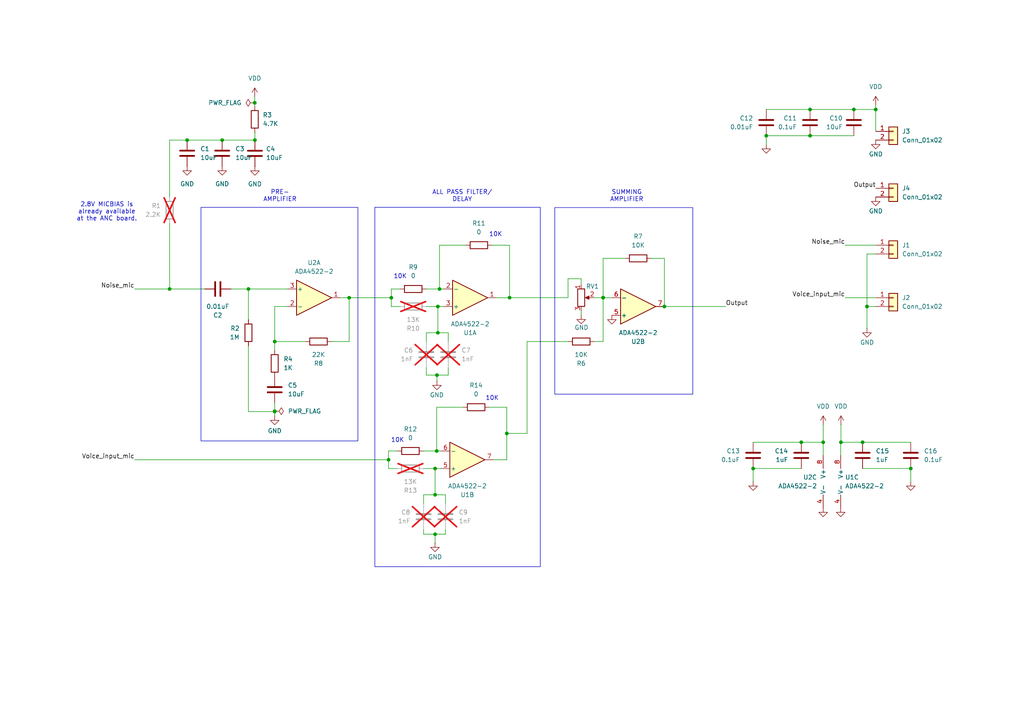
<source format=kicad_sch>
(kicad_sch (version 20231120) (generator "eeschema") (generator_version "8.0")
  (paper "A4")
  (title_block (title "Analog Echo Cancellation") (date "2025-01-26") (rev "1") (company "Shakra Innovations Pvt Ltd."))
  (lib_symbols
    (symbol "Amplifier_Operational:ADA4522-2" (pin_names (offset 0.127))
      (property "Reference" "U" (at 0 5.08 0))
      (property "Value" "ADA4522-2" (at 0 -5.08 0))
      (symbol "ADA4522-2_1_1"
        (polyline (pts (xy -5.08 5.08) (xy 5.08 0) (xy -5.08 -5.08) (xy -5.08 5.08)) (stroke (width 0.254)) (fill (type background)))
        (pin output line (at 7.62 0 180) (length 2.54) (name "~") (number "1"))
        (pin input line (at -7.62 -2.54 0) (length 2.54) (name "-") (number "2"))
        (pin input line (at -7.62 2.54 0) (length 2.54) (name "+") (number "3"))
      )
      (symbol "ADA4522-2_2_1"
        (polyline (pts (xy -5.08 5.08) (xy 5.08 0) (xy -5.08 -5.08) (xy -5.08 5.08)) (stroke (width 0.254)) (fill (type background)))
        (pin input line (at -7.62 2.54 0) (length 2.54) (name "+") (number "5"))
        (pin input line (at -7.62 -2.54 0) (length 2.54) (name "-") (number "6"))
        (pin output line (at 7.62 0 180) (length 2.54) (name "~") (number "7"))
      )
      (symbol "ADA4522-2_3_1"
        (pin power_in line (at -2.54 -7.62 90) (length 3.81) (name "V-") (number "4"))
        (pin power_in line (at -2.54 7.62 270) (length 3.81) (name "V+") (number "8"))
      )
    )
    (symbol "Connector_Generic:Conn_01x02" (pin_names (offset 1.016) hide)
      (property "Reference" "J" (at 0 2.54 0))
      (property "Value" "Conn_01x02" (at 0 -5.08 0))
      (symbol "Conn_01x02_1_1"
        (rectangle (start -1.27 -2.413) (end 0 -2.667) (stroke (width 0.1524)))
        (rectangle (start -1.27 0.127) (end 0 -0.127) (stroke (width 0.1524)))
        (rectangle (start -1.27 1.27) (end 1.27 -3.81) (stroke (width 0.254)) (fill (type background)))
        (pin passive line (at -5.08 0 0) (length 3.81) (name "Pin_1") (number "1"))
        (pin passive line (at -5.08 -2.54 0) (length 3.81) (name "Pin_2") (number "2"))
      )
    )
    (symbol "Device:C" (pin_numbers hide) (pin_names (offset 0.254))
      (property "Reference" "C" (at 0.635 2.54 0))
      (property "Value" "C" (at 0.635 -2.54 0))
      (symbol "C_0_1"
        (polyline (pts (xy -2.032 -0.762) (xy 2.032 -0.762)) (stroke (width 0.508)))
        (polyline (pts (xy -2.032 0.762) (xy 2.032 0.762)) (stroke (width 0.508)))
      )
      (symbol "C_1_1"
        (pin passive line (at 0 3.81 270) (length 2.794) (name "~") (number "1"))
        (pin passive line (at 0 -3.81 90) (length 2.794) (name "~") (number "2"))
      )
    )
    (symbol "Device:R" (pin_numbers hide) (pin_names (offset 0))
      (property "Reference" "R" (at 2.032 0 90))
      (property "Value" "R" (at 0 0 90))
      (symbol "R_0_1"
        (rectangle (start -1.016 -2.54) (end 1.016 2.54) (stroke (width 0.254)))
      )
      (symbol "R_1_1"
        (pin passive line (at 0 3.81 270) (length 1.27) (name "~") (number "1"))
        (pin passive line (at 0 -3.81 90) (length 1.27) (name "~") (number "2"))
      )
    )
    (symbol "Device:R_Potentiometer" (pin_names (offset 1.016) hide)
      (property "Reference" "RV" (at -4.445 0 90))
      (property "Value" "R_Potentiometer" (at -2.54 0 90))
      (symbol "R_Potentiometer_0_1"
        (polyline (pts (xy 2.54 0) (xy 1.524 0)))
        (polyline (pts (xy 1.143 0) (xy 2.286 0.508) (xy 2.286 -0.508) (xy 1.143 0)) (fill (type outline)))
        (rectangle (start 1.016 2.54) (end -1.016 -2.54) (stroke (width 0.254)))
      )
      (symbol "R_Potentiometer_1_1"
        (pin passive line (at 0 3.81 270) (length 1.27) (name "1") (number "1"))
        (pin passive line (at 3.81 0 180) (length 1.27) (name "2") (number "2"))
        (pin passive line (at 0 -3.81 90) (length 1.27) (name "3") (number "3"))
      )
    )
    (symbol "power:GND" (power) (pin_numbers hide) (pin_names (offset 0) hide)
      (property "Value" "GND" (at 0 -3.81 0))
      (symbol "GND_0_1"
        (polyline (pts (xy 0 0) (xy 0 -1.27) (xy 1.27 -1.27) (xy 0 -2.54) (xy -1.27 -1.27) (xy 0 -1.27)))
      )
      (symbol "GND_1_1"
        (pin power_in line (at 0 0 270) (length 0) (name "~") (number "1"))
      )
    )
    (symbol "power:PWR_FLAG" (power) (pin_numbers hide) (pin_names (offset 0) hide)
      (property "Value" "PWR_FLAG" (at 0 3.81 0))
      (symbol "PWR_FLAG_0_0"
        (pin power_out line (at 0 0 90) (length 0) (name "~") (number "1"))
      )
      (symbol "PWR_FLAG_0_1"
        (polyline (pts (xy 0 0) (xy 0 1.27) (xy -1.016 1.905) (xy 0 2.54) (xy 1.016 1.905) (xy 0 1.27)))
      )
    )
    (symbol "power:VDD" (power) (pin_numbers hide) (pin_names (offset 0) hide)
      (property "Value" "VDD" (at 0 3.556 0))
      (symbol "VDD_0_1"
        (polyline (pts (xy -0.762 1.27) (xy 0 2.54)))
        (polyline (pts (xy 0 0) (xy 0 2.54)))
        (polyline (pts (xy 0 2.54) (xy 0.762 1.27)))
      )
      (symbol "VDD_1_1"
        (pin power_in line (at 0 0 90) (length 0) (name "~") (number "1"))
      )
    )
  )
  (junction (at 79.6772 99.06))
  (junction (at 146.9872 125.7115))
  (junction (at 247.65 31.75))
  (junction (at 250.19 128.27))
  (junction (at 79.6772 119.2664))
  (junction (at 127.4686 83.82))
  (junction (at 218.44 135.89))
  (junction (at 64.4372 40.64))
  (junction (at 49.1972 83.82))
  (junction (at 126.1986 143.51))
  (junction (at 234.95 39.37))
  (junction (at 72.0572 83.82))
  (junction (at 234.95 31.75))
  (junction (at 174.9272 86.36))
  (junction (at 113.4986 86.36))
  (junction (at 126.1986 154.94))
  (junction (at 222.25 39.37))
  (junction (at 127 88.9))
  (junction (at 174.9272 86.3309))
  (junction (at 112.6972 133.35))
  (junction (at 73.886 29.8232))
  (junction (at 101.2672 86.36))
  (junction (at 147.7886 86.3309))
  (junction (at 254 31.75))
  (junction (at 54.2772 40.64))
  (junction (at 126.1986 135.89))
  (junction (at 243.9106 128.27))
  (junction (at 232.41 128.27))
  (junction (at 126.7319 108.7945))
  (junction (at 264.16 135.89))
  (junction (at 73.9323 40.64))
  (junction (at 238.76 128.27))
  (junction (at 126.6672 130.81))
  (junction (at 192.7072 88.9))
  (junction (at 127 96.52))
  (junction (at 251.46 88.9))
  (junction (at 79.6772 119.38))
  (wire (pts (xy 113.4986 83.82) (xy 113.4986 86.36)))
  (wire (pts (xy 126.6672 130.81) (xy 127.9372 130.81)))
  (wire (pts (xy 113.4986 86.36) (xy 113.4986 88.9)))
  (wire (pts (xy 177.4672 86.36) (xy 174.9272 86.36)))
  (wire (pts (xy 123.6586 83.82) (xy 127.4686 83.82)))
  (wire (pts (xy 123.6586 108.7945) (xy 126.7319 108.7945)))
  (wire (pts (xy 174.9272 99.06) (xy 174.9272 86.36)))
  (wire (pts (xy 113.4986 88.9) (xy 116.0386 88.9)))
  (wire (pts (xy 54.2772 40.64) (xy 64.4372 40.64)))
  (wire (pts (xy 146.5186 71.1491) (xy 146.5186 71.12)))
  (wire (pts (xy 83.4872 88.9) (xy 79.6772 88.9)))
  (wire (pts (xy 79.6772 119.38) (xy 79.6772 119.2664)))
  (wire (pts (xy 218.44 135.89) (xy 218.44 139.7)))
  (wire (pts (xy 127 88.9) (xy 127 96.52)))
  (wire (pts (xy 127 96.52) (xy 130.0086 96.52)))
  (wire (pts (xy 49.1972 40.64) (xy 54.2772 40.64)))
  (wire (pts (xy 112.6972 135.89) (xy 115.2372 135.89)))
  (wire (pts (xy 79.6772 119.38) (xy 79.6772 120.65)))
  (wire (pts (xy 254 31.75) (xy 254 38.1)))
  (wire (pts (xy 222.25 41.91) (xy 222.25 39.37)))
  (wire (pts (xy 232.41 128.27) (xy 238.76 128.27)))
  (wire (pts (xy 234.95 31.75) (xy 222.25 31.75)))
  (wire (pts (xy 73.886 30.8116) (xy 73.8936 30.8116)))
  (wire (pts (xy 79.6772 88.9) (xy 79.6772 99.06)))
  (wire (pts (xy 147.7886 86.3309) (xy 164.7552 86.3309)))
  (wire (pts (xy 146.5186 71.12) (xy 142.7086 71.12)))
  (wire (pts (xy 143.1772 133.35) (xy 146.9872 133.35)))
  (wire (pts (xy 79.6772 99.06) (xy 79.6772 101.6)))
  (wire (pts (xy 126.6672 118.11) (xy 126.6672 130.81)))
  (wire (pts (xy 164.7672 99.06) (xy 152.8686 99.06)))
  (wire (pts (xy 73.9323 38.4316) (xy 73.9323 40.64)))
  (wire (pts (xy 122.8572 143.51) (xy 126.1986 143.51)))
  (wire (pts (xy 73.8936 38.4316) (xy 73.9323 38.4316)))
  (wire (pts (xy 238.76 132.08) (xy 238.76 128.27)))
  (wire (pts (xy 232.41 128.27) (xy 218.44 128.27)))
  (wire (pts (xy 130.0086 96.52) (xy 130.0086 99.06)))
  (wire (pts (xy 129.2072 153.67) (xy 129.2072 154.94)))
  (wire (pts (xy 123.6586 88.9) (xy 127 88.9)))
  (wire (pts (xy 73.886 28.045) (xy 73.886 29.8232)))
  (wire (pts (xy 126.1986 135.89) (xy 126.1986 143.51)))
  (wire (pts (xy 251.46 95.25) (xy 251.46 88.9)))
  (wire (pts (xy 146.9872 125.7115) (xy 146.9872 133.35)))
  (wire (pts (xy 238.76 123.19) (xy 238.76 128.27)))
  (wire (pts (xy 135.0886 71.12) (xy 127.4686 71.12)))
  (wire (pts (xy 251.46 73.66) (xy 254 73.66)))
  (wire (pts (xy 64.4372 40.64) (xy 73.9323 40.64)))
  (wire (pts (xy 112.6972 133.35) (xy 39.0372 133.35)))
  (wire (pts (xy 134.2872 118.11) (xy 126.6672 118.11)))
  (wire (pts (xy 234.95 39.37) (xy 222.25 39.37)))
  (wire (pts (xy 247.65 39.37) (xy 234.95 39.37)))
  (wire (pts (xy 174.9272 86.3309) (xy 174.9272 74.93)))
  (wire (pts (xy 147.7886 86.3309) (xy 147.7886 86.36)))
  (wire (pts (xy 112.6972 133.35) (xy 112.6972 135.89)))
  (wire (pts (xy 251.46 88.9) (xy 251.46 73.66)))
  (wire (pts (xy 123.6586 99.06) (xy 123.6586 96.52)))
  (wire (pts (xy 264.16 135.89) (xy 264.16 139.7)))
  (wire (pts (xy 79.6772 119.2664) (xy 79.6772 116.84)))
  (wire (pts (xy 126.1986 157.48) (xy 126.1659 157.48)))
  (wire (pts (xy 172.3752 86.3309) (xy 174.9272 86.3309)))
  (wire (pts (xy 247.65 31.75) (xy 234.95 31.75)))
  (wire (pts (xy 123.6586 96.52) (xy 127 96.52)))
  (wire (pts (xy 101.2672 99.06) (xy 101.2672 86.36)))
  (wire (pts (xy 115.2372 130.81) (xy 112.6972 130.81)))
  (wire (pts (xy 116.0386 83.82) (xy 113.4986 83.82)))
  (wire (pts (xy 73.886 29.8232) (xy 73.886 30.8116)))
  (wire (pts (xy 254 86.36) (xy 245.11 86.36)))
  (wire (pts (xy 123.6586 108.7945) (xy 123.6586 106.68)))
  (wire (pts (xy 147.7886 71.1491) (xy 147.7886 86.3309)))
  (wire (pts (xy 49.1972 64.77) (xy 49.1972 83.82)))
  (wire (pts (xy 72.0572 83.82) (xy 83.4872 83.82)))
  (wire (pts (xy 168.5652 80.8483) (xy 168.5652 82.5209)))
  (wire (pts (xy 188.8972 74.93) (xy 192.7072 74.93)))
  (wire (pts (xy 146.5186 71.1491) (xy 147.7886 71.1491)))
  (wire (pts (xy 127.4686 71.12) (xy 127.4686 83.82)))
  (wire (pts (xy 127 88.9) (xy 128.7386 88.9)))
  (wire (pts (xy 250.19 128.27) (xy 264.16 128.27)))
  (wire (pts (xy 126.1986 143.51) (xy 129.2072 143.51)))
  (wire (pts (xy 143.9786 86.36) (xy 147.7886 86.36)))
  (wire (pts (xy 127.4686 83.82) (xy 128.7386 83.82)))
  (wire (pts (xy 251.46 88.9) (xy 254 88.9)))
  (wire (pts (xy 122.8572 135.89) (xy 126.1986 135.89)))
  (wire (pts (xy 126.1986 154.94) (xy 126.1986 157.48)))
  (wire (pts (xy 88.5672 99.06) (xy 79.6772 99.06)))
  (wire (pts (xy 101.2672 86.36) (xy 98.7272 86.36)))
  (wire (pts (xy 243.9106 128.27) (xy 250.19 128.27)))
  (wire (pts (xy 172.3872 99.06) (xy 174.9272 99.06)))
  (wire (pts (xy 141.9072 118.11) (xy 146.9872 118.11)))
  (wire (pts (xy 243.84 128.27) (xy 243.84 132.08)))
  (wire (pts (xy 192.7072 74.93) (xy 192.7072 88.9)))
  (wire (pts (xy 254 31.75) (xy 247.65 31.75)))
  (wire (pts (xy 122.8572 130.81) (xy 126.6672 130.81)))
  (wire (pts (xy 174.9272 86.36) (xy 174.9272 86.3309)))
  (wire (pts (xy 232.41 135.89) (xy 218.44 135.89)))
  (wire (pts (xy 66.9772 83.82) (xy 72.0572 83.82)))
  (wire (pts (xy 126.1986 154.94) (xy 129.2072 154.94)))
  (wire (pts (xy 152.8686 99.06) (xy 152.8686 125.7115)))
  (wire (pts (xy 254 71.12) (xy 245.11 71.12)))
  (wire (pts (xy 72.0572 119.38) (xy 79.6772 119.38)))
  (wire (pts (xy 122.8572 146.05) (xy 122.8572 143.51)))
  (wire (pts (xy 152.8686 125.7115) (xy 146.9872 125.7115)))
  (wire (pts (xy 122.8572 154.94) (xy 126.1986 154.94)))
  (wire (pts (xy 164.7552 80.8483) (xy 168.5652 80.8483)))
  (wire (pts (xy 147.7766 86.3309) (xy 147.7886 86.3309)))
  (wire (pts (xy 72.0572 83.82) (xy 72.0572 92.71)))
  (wire (pts (xy 243.9106 123.1682) (xy 243.9106 128.27)))
  (wire (pts (xy 254 30.48) (xy 254 31.75)))
  (wire (pts (xy 126.7319 108.7945) (xy 130.0086 108.7945)))
  (wire (pts (xy 129.2072 143.51) (xy 129.2072 146.05)))
  (wire (pts (xy 168.5652 90.1409) (xy 168.5652 91.3875)))
  (wire (pts (xy 72.0572 100.33) (xy 72.0572 119.38)))
  (wire (pts (xy 130.0086 106.68) (xy 130.0086 108.7945)))
  (wire (pts (xy 146.9872 118.11) (xy 146.9872 125.7115)))
  (wire (pts (xy 126.1986 135.89) (xy 127.9372 135.89)))
  (wire (pts (xy 192.7072 88.9) (xy 210.4872 88.9)))
  (wire (pts (xy 39.0372 83.82) (xy 49.1972 83.82)))
  (wire (pts (xy 243.84 128.27) (xy 243.9106 128.27)))
  (wire (pts (xy 126.7319 108.7945) (xy 126.7319 110.5022)))
  (wire (pts (xy 49.1972 83.82) (xy 59.3572 83.82)))
  (wire (pts (xy 174.9272 74.93) (xy 181.2772 74.93)))
  (wire (pts (xy 96.1872 99.06) (xy 101.2672 99.06)))
  (wire (pts (xy 122.8572 154.94) (xy 122.8572 153.67)))
  (wire (pts (xy 164.7552 86.3309) (xy 164.7552 80.8483)))
  (wire (pts (xy 73.9323 40.64) (xy 73.9323 40.6692)))
  (wire (pts (xy 49.1972 57.15) (xy 49.1972 40.64)))
  (wire (pts (xy 101.2672 86.36) (xy 113.4986 86.36)))
  (wire (pts (xy 250.19 135.89) (xy 264.16 135.89)))
  (wire (pts (xy 112.6972 130.81) (xy 112.6972 133.35)))
  (rectangle (start 108.7234 60.1218) (end 156.704 164.3634))
  (rectangle (start 160.9064 60.198) (end 200.9368 114.3254))
  (rectangle (start 58.2904 60.1472) (end 103.8072 127.889))
  (text "PRE-\nAMPLIFIER" (at 81.2012 56.896 0) (effects (font (size 1.27 1.27))))
  (text "10K" (at 142.748 115.57 0) (effects (font (size 1.27 1.27))))
  (text "10K" (at 116.078 80.264 0) (effects (font (size 1.27 1.27))))
  (text "10K" (at 115.316 127.762 0) (effects (font (size 1.27 1.27))))
  (text "ALL PASS FILTER/\nDELAY" (at 134.0726 56.896 0) (effects (font (size 1.27 1.27))))
  (text "10K" (at 143.764 68.072 0) (effects (font (size 1.27 1.27))))
  (text "2.8V MICBIAS is\nalready available\nat the ANC board." (at 30.988 61.468 0) (effects (font (size 1.27 1.27))))
  (text "SUMMING\nAMPLIFIER" (at 181.7852 56.896 0) (effects (font (size 1.27 1.27))))
  (label "Voice_input_mic" (at 245.11 86.36 180))
  (label "Output" (at 210.4872 88.9 0))
  (label "Output" (at 254 54.61 180))
  (label "Noise_mic" (at 245.11 71.12 180))
  (label "Voice_input_mic" (at 39.0372 133.35 180))
  (label "Noise_mic" (at 39.0372 83.82 180))
  (symbol (lib_id "Device:C") (at 247.65 35.56 0) (mirror y) (unit 1)
    (property "Reference" "C10" (at 244.4451 34.2899 0) (effects (justify left)))
    (property "Value" "10uF" (at 244.4451 36.8299 0) (effects (justify left)))
    (property "Footprint" "Capacitor_SMD:C_0402_1005Metric_Pad0.74x0.62mm_HandSolder" (effects (hide yes)))
    (property "Datasheet" "https://www.mouser.in/ProductDetail/KYOCERA-AVX/CM05X5R106M10AH?qs=MyNHzdoqoQKSCgSEDR5Ylg%3D%3D" (effects (hide yes)))
    (property "Description" "Unpolarized capacitor" (effects (hide yes)))
  )
  (symbol (lib_id "Device:C") (at 264.16 132.08 0) (unit 1)
    (property "Reference" "C16" (at 267.97 130.8099 0) (effects (justify left)))
    (property "Value" "0.1uF" (at 267.97 133.3499 0) (effects (justify left)))
    (property "Footprint" "Capacitor_SMD:C_0402_1005Metric_Pad0.74x0.62mm_HandSolder" (effects (hide yes)))
    (property "Datasheet" "https://www.mouser.in/ProductDetail/KYOCERA-AVX/CM05X5R106M10AH?qs=MyNHzdoqoQKSCgSEDR5Ylg%3D%3D" (effects (hide yes)))
    (property "Description" "Unpolarized capacitor" (effects (hide yes)))
  )
  (symbol (lib_id "Device:C") (at 222.25 35.56 0) (mirror y) (unit 1)
    (property "Reference" "C12" (at 218.44 34.2899 0) (effects (justify left)))
    (property "Value" "0.01uF" (at 218.44 36.8299 0) (effects (justify left)))
    (property "Footprint" "Capacitor_SMD:C_0402_1005Metric_Pad0.74x0.62mm_HandSolder" (effects (hide yes)))
    (property "Datasheet" "https://www.mouser.in/ProductDetail/KYOCERA-AVX/CM05X5R106M10AH?qs=MyNHzdoqoQKSCgSEDR5Ylg%3D%3D" (effects (hide yes)))
    (property "Description" "Unpolarized capacitor" (effects (hide yes)))
  )
  (symbol (lib_id "Amplifier_Operational:ADA4522-2") (at 135.5572 133.35 0) (mirror x) (unit 2)
    (property "Reference" "U1" (at 135.5572 143.51 0))
    (property "Value" "ADA4522-2" (at 135.5572 140.97 0))
    (property "Footprint" "ADA4522-2ARMZ:SOP65P490X110-8N" (effects (hide yes)))
    (property "Datasheet" "https://www.analog.com/media/en/technical-documentation/data-sheets/ada4522-1_4522-2_4522-4.pdf" (effects (hide yes)))
    (property "Description" "55 V supply, 5uV max Vos, 3MHz GBW, EMI Enhanced, Zero Drift, 5.8 nV/√Hz, RRO dual operational amplifiers" (effects (hide yes)))
  )
  (symbol (lib_id "Device:C") (at 73.9323 44.4792 0) (unit 1)
    (property "Reference" "C4" (at 77.1372 43.2091 0) (effects (justify left)))
    (property "Value" "10uF" (at 77.1372 45.7491 0) (effects (justify left)))
    (property "Footprint" "Capacitor_SMD:C_0402_1005Metric_Pad0.74x0.62mm_HandSolder" (effects (hide yes)))
    (property "Datasheet" "https://www.mouser.in/ProductDetail/KYOCERA-AVX/CM05X5R106M10AH?qs=MyNHzdoqoQKSCgSEDR5Ylg%3D%3D" (effects (hide yes)))
    (property "Description" "Unpolarized capacitor" (effects (hide yes)))
  )
  (symbol (lib_id "Device:R") (at 92.3772 99.06 90) (mirror x) (unit 1)
    (property "Reference" "R8" (at 92.3772 105.41 90))
    (property "Value" "22K" (at 92.3772 102.87 90))
    (property "Footprint" "Resistor_SMD:R_0402_1005Metric_Pad0.72x0.64mm_HandSolder" (effects (hide yes)))
    (property "Datasheet" "https://www.mouser.in/ProductDetail/Panasonic/ERA-2VPB2202X?qs=sGAEpiMZZMvdGkrng054t2cqbZCzJY7Nbo54he8GfhfoF8scRfGqJg%3D%3D" (effects (hide yes)))
    (property "Description" "Resistor" (effects (hide yes)))
  )
  (symbol (lib_id "Device:R") (at 119.0472 130.81 90) (unit 1)
    (property "Reference" "R12" (at 119.0472 124.46 90))
    (property "Value" "0" (at 119.0472 127 90))
    (property "Footprint" "Resistor_SMD:R_0402_1005Metric_Pad0.72x0.64mm_HandSolder" (effects (hide yes)))
    (property "Datasheet" "https://www.mouser.in/ProductDetail/Vishay-Dale/CRCW04020000Z0EDC?qs=sGAEpiMZZMvdGkrng054t0DrEhLhGh8gwkqbMx2gSI%252BmKUnjnIW1MQ%3D%3D" (effects (hide yes)))
    (property "Description" "Resistor" (effects (hide yes)))
  )
  (symbol (lib_id "power:GND") (at 254 57.15 0) (unit 1)
    (property "Reference" "#PWR014" (effects (hide yes)))
    (property "Value" "GND" (at 254.0327 61.214 0))
    (property "Description" "Power symbol creates a global label with name \"GND\" , ground" (effects (hide yes)))
  )
  (symbol (lib_id "Device:R") (at 185.0872 74.93 90) (unit 1)
    (property "Reference" "R7" (at 185.0872 68.58 90))
    (property "Value" "10K" (at 185.0872 71.12 90))
    (property "Footprint" "Resistor_SMD:R_0402_1005Metric_Pad0.72x0.64mm_HandSolder" (effects (hide yes)))
    (property "Datasheet" "https://www.mouser.in/ProductDetail/Vishay-Beyschlag/MCS0402MD1002BE100?qs=sGAEpiMZZMvdGkrng054twsDrRiZGhrjpqs%252BW5FxlP8%3D" (effects (hide yes)))
    (property "Description" "Resistor" (effects (hide yes)))
  )
  (symbol (lib_id "Device:R") (at 119.8486 83.82 90) (unit 1)
    (property "Reference" "R9" (at 119.8486 77.47 90))
    (property "Value" "0" (at 119.8486 80.01 90))
    (property "Footprint" "Resistor_SMD:R_0402_1005Metric_Pad0.72x0.64mm_HandSolder" (effects (hide yes)))
    (property "Datasheet" "https://www.mouser.in/ProductDetail/Vishay-Dale/CRCW04020000Z0EDC?qs=sGAEpiMZZMvdGkrng054t0DrEhLhGh8gwkqbMx2gSI%252BmKUnjnIW1MQ%3D%3D" (effects (hide yes)))
    (property "Description" "Resistor" (effects (hide yes)))
  )
  (symbol (lib_id "Device:R") (at 79.6772 105.41 0) (unit 1)
    (property "Reference" "R4" (at 82.2172 104.1399 0) (effects (justify left)))
    (property "Value" "1K" (at 82.2172 106.6799 0) (effects (justify left)))
    (property "Footprint" "Resistor_SMD:R_0402_1005Metric_Pad0.72x0.64mm_HandSolder" (effects (hide yes)))
    (property "Datasheet" "https://www.mouser.in/ProductDetail/Vishay-Draloric/TNPU04021K00BZEP00?qs=sGAEpiMZZMvdGkrng054twKDKoBh%252BscnBIzPQ8JXaDGWZZSM%252BgBndQ%3D%3D" (effects (hide yes)))
    (property "Description" "Resistor" (effects (hide yes)))
  )
  (symbol (lib_id "Device:R") (at 138.0972 118.11 90) (unit 1)
    (property "Reference" "R14" (at 138.0972 111.76 90))
    (property "Value" "0" (at 138.0972 114.3 90))
    (property "Footprint" "Resistor_SMD:R_0402_1005Metric_Pad0.72x0.64mm_HandSolder" (effects (hide yes)))
    (property "Datasheet" "https://www.mouser.in/ProductDetail/Vishay-Dale/CRCW04020000Z0EDC?qs=sGAEpiMZZMvdGkrng054t0DrEhLhGh8gwkqbMx2gSI%252BmKUnjnIW1MQ%3D%3D" (effects (hide yes)))
    (property "Description" "Resistor" (effects (hide yes)))
  )
  (symbol (lib_id "Device:C") (at 234.95 35.56 0) (mirror y) (unit 1)
    (property "Reference" "C11" (at 231.14 34.2899 0) (effects (justify left)))
    (property "Value" "0.1uF" (at 231.14 36.8299 0) (effects (justify left)))
    (property "Footprint" "Capacitor_SMD:C_0402_1005Metric_Pad0.74x0.62mm_HandSolder" (effects (hide yes)))
    (property "Datasheet" "https://www.mouser.in/ProductDetail/KYOCERA-AVX/CM05X5R106M10AH?qs=MyNHzdoqoQKSCgSEDR5Ylg%3D%3D" (effects (hide yes)))
    (property "Description" "Unpolarized capacitor" (effects (hide yes)))
  )
  (symbol (lib_id "Device:C") (at 123.6586 102.87 0) (mirror y) (unit 1) (dnp yes)
    (property "Reference" "C6" (at 119.8486 101.5999 0) (effects (justify left)))
    (property "Value" "1nF" (at 119.8486 104.1399 0) (effects (justify left)))
    (property "Footprint" "Capacitor_SMD:C_0402_1005Metric_Pad0.74x0.62mm_HandSolder" (effects (hide yes)))
    (property "Datasheet" "https://www.mouser.in/c/passive-components/capacitors/ceramic-capacitors/mlccs-multilayer-ceramic-capacitors/multilayer-ceramic-capacitors-mlcc-smd-smt/?capacitance=1000%20pF&case%20code%20-%20in=0402&termination%20style=SMD%2FSMT" (effects (hide yes)))
    (property "Description" "Unpolarized capacitor" (effects (hide yes)))
  )
  (symbol (lib_id "Device:R_Potentiometer") (at 168.5652 86.3309 0) (unit 1)
    (property "Reference" "RV1" (at 173.736 83.058 0) (effects (justify right)))
    (property "Value" "R_Potentiometer" (effects (hide yes)))
    (property "Footprint" "Potentiometer_THT:Potentiometer_Runtron_RM-065_Vertical" (effects (hide yes)))
    (property "Description" "Potentiometer" (effects (hide yes)))
  )
  (symbol (lib_id "Device:C") (at 232.41 132.08 0) (mirror y) (unit 1)
    (property "Reference" "C14" (at 228.6 130.8099 0) (effects (justify left)))
    (property "Value" "1uF" (at 228.6 133.3499 0) (effects (justify left)))
    (property "Footprint" "Capacitor_SMD:C_0402_1005Metric_Pad0.74x0.62mm_HandSolder" (effects (hide yes)))
    (property "Datasheet" "https://www.mouser.in/ProductDetail/KYOCERA-AVX/CM05X5R106M10AH?qs=MyNHzdoqoQKSCgSEDR5Ylg%3D%3D" (effects (hide yes)))
    (property "Description" "Unpolarized capacitor" (effects (hide yes)))
  )
  (symbol (lib_id "power:GND") (at 222.25 41.91 0) (unit 1)
    (property "Reference" "#PWR015" (effects (hide yes)))
    (property "Value" "GND" (effects (hide yes)))
    (property "Description" "Power symbol creates a global label with name \"GND\" , ground" (effects (hide yes)))
  )
  (symbol (lib_id "power:GND") (at 79.6772 120.65 0) (unit 1)
    (property "Reference" "#PWR01" (effects (hide yes)))
    (property "Value" "GND" (at 79.6772 124.968 0))
    (property "Description" "Power symbol creates a global label with name \"GND\" , ground" (effects (hide yes)))
  )
  (symbol (lib_id "Device:R") (at 73.8936 34.6216 180) (unit 1)
    (property "Reference" "R3" (at 76.2 33.3515 0) (effects (justify right)))
    (property "Value" "4.7K" (at 76.2 35.8915 0) (effects (justify right)))
    (property "Footprint" "Resistor_SMD:R_0402_1005Metric_Pad0.72x0.64mm_HandSolder" (effects (hide yes)))
    (property "Datasheet" "https://www.mouser.in/ProductDetail/Vishay-Beyschlag/MCS04020C4701FE000?qs=sGAEpiMZZMvdGkrng054t4QdAY%2FQ0LwecBLec2u82Dc%3D" (effects (hide yes)))
    (property "Description" "Resistor" (effects (hide yes)))
  )
  (symbol (lib_id "Device:C") (at 79.6772 113.03 0) (unit 1)
    (property "Reference" "C5" (at 83.4872 111.7599 0) (effects (justify left)))
    (property "Value" "10uF" (at 83.4872 114.2999 0) (effects (justify left)))
    (property "Footprint" "Capacitor_SMD:C_0402_1005Metric_Pad0.74x0.62mm_HandSolder" (effects (hide yes)))
    (property "Datasheet" "https://www.mouser.in/ProductDetail/KYOCERA-AVX/CM05X5R106M10AH?qs=MyNHzdoqoQKSCgSEDR5Ylg%3D%3D" (effects (hide yes)))
    (property "Description" "Unpolarized capacitor" (effects (hide yes)))
  )
  (symbol (lib_id "Device:R") (at 138.8986 71.12 90) (unit 1)
    (property "Reference" "R11" (at 138.8986 64.77 90))
    (property "Value" "0" (at 138.8986 67.31 90))
    (property "Footprint" "Resistor_SMD:R_0402_1005Metric_Pad0.72x0.64mm_HandSolder" (effects (hide yes)))
    (property "Datasheet" "https://www.mouser.in/ProductDetail/Vishay-Dale/CRCW04020000Z0EDC?qs=sGAEpiMZZMvdGkrng054t0DrEhLhGh8gwkqbMx2gSI%252BmKUnjnIW1MQ%3D%3D" (effects (hide yes)))
    (property "Description" "Resistor" (effects (hide yes)))
  )
  (symbol (lib_id "power:GND") (at 73.9323 48.2892 0) (unit 1)
    (property "Reference" "#PWR03" (effects (hide yes)))
    (property "Value" "GND" (at 73.9323 53.3692 0))
    (property "Description" "Power symbol creates a global label with name \"GND\" , ground" (effects (hide yes)))
  )
  (symbol (lib_id "power:GND") (at 243.84 147.32 0) (unit 1)
    (property "Reference" "#PWR08" (effects (hide yes)))
    (property "Value" "GND" (effects (hide yes)))
    (property "Description" "Power symbol creates a global label with name \"GND\" , ground" (effects (hide yes)))
  )
  (symbol (lib_id "Connector_Generic:Conn_01x02") (at 259.08 54.61 0) (unit 1)
    (property "Reference" "J4" (at 261.62 54.6099 0) (effects (justify left)))
    (property "Value" "Conn_01x02" (at 261.62 57.1499 0) (effects (justify left)))
    (property "Footprint" "Connector_PinHeader_2.54mm:PinHeader_2x01_P2.54mm_Vertical" (effects (hide yes)))
    (property "Description" "Generic connector, single row, 01x02, script generated (kicad-library-utils/schlib/autogen/connector/)" (effects (hide yes)))
  )
  (symbol (lib_id "Device:R") (at 119.0472 135.89 90) (mirror x) (unit 1) (dnp yes)
    (property "Reference" "R13" (at 119.0472 142.24 90))
    (property "Value" "13K" (at 119.0472 139.7 90))
    (property "Footprint" "Resistor_SMD:R_0402_1005Metric_Pad0.72x0.64mm_HandSolder" (effects (hide yes)))
    (property "Datasheet" "https://www.mouser.in/ProductDetail/Vishay-Beyschlag/MCS04020C1302FE000?qs=sGAEpiMZZMvdGkrng054t4QdAY%2FQ0LweDu4vJXDoQt8%3D" (effects (hide yes)))
    (property "Description" "Resistor" (effects (hide yes)))
  )
  (symbol (lib_id "Device:R") (at 168.5772 99.06 90) (mirror x) (unit 1)
    (property "Reference" "R6" (at 168.5772 105.41 90))
    (property "Value" "10K" (at 168.5772 102.87 90))
    (property "Footprint" "Resistor_SMD:R_0402_1005Metric_Pad0.72x0.64mm_HandSolder" (effects (hide yes)))
    (property "Datasheet" "https://www.mouser.in/ProductDetail/Vishay-Beyschlag/MCS0402MD1002BE100?qs=sGAEpiMZZMvdGkrng054twsDrRiZGhrjpqs%252BW5FxlP8%3D" (effects (hide yes)))
    (property "Description" "Resistor" (effects (hide yes)))
  )
  (symbol (lib_id "Device:C") (at 129.2072 149.86 0) (unit 1) (dnp yes)
    (property "Reference" "C9" (at 133.0172 148.5899 0) (effects (justify left)))
    (property "Value" "1nF" (at 133.0172 151.1299 0) (effects (justify left)))
    (property "Footprint" "Capacitor_SMD:C_0402_1005Metric_Pad0.74x0.62mm_HandSolder" (effects (hide yes)))
    (property "Datasheet" "https://www.mouser.in/c/passive-components/capacitors/ceramic-capacitors/mlccs-multilayer-ceramic-capacitors/multilayer-ceramic-capacitors-mlcc-smd-smt/?capacitance=1000%20pF&case%20code%20-%20in=0402&termination%20style=SMD%2FSMT" (effects (hide yes)))
    (property "Description" "Unpolarized capacitor" (effects (hide yes)))
  )
  (symbol (lib_id "power:GND") (at 218.44 139.7 0) (unit 1)
    (property "Reference" "#PWR016" (effects (hide yes)))
    (property "Value" "GND" (effects (hide yes)))
    (property "Description" "Power symbol creates a global label with name \"GND\" , ground" (effects (hide yes)))
  )
  (symbol (lib_id "Connector_Generic:Conn_01x02") (at 259.08 71.12 0) (unit 1)
    (property "Reference" "J1" (at 261.62 71.1199 0) (effects (justify left)))
    (property "Value" "Conn_01x02" (at 261.62 73.6599 0) (effects (justify left)))
    (property "Footprint" "Connector_PinHeader_2.54mm:PinHeader_2x01_P2.54mm_Vertical" (effects (hide yes)))
    (property "Description" "Generic connector, single row, 01x02, script generated (kicad-library-utils/schlib/autogen/connector/)" (effects (hide yes)))
  )
  (symbol (lib_id "Device:C") (at 64.4372 44.45 0) (unit 1)
    (property "Reference" "C3" (at 68.2472 43.1799 0) (effects (justify left)))
    (property "Value" "10uF" (at 68.2472 45.7199 0) (effects (justify left)))
    (property "Footprint" "Capacitor_SMD:C_0402_1005Metric_Pad0.74x0.62mm_HandSolder" (effects (hide yes)))
    (property "Datasheet" "https://www.mouser.in/ProductDetail/KYOCERA-AVX/CM05X5R106M10AH?qs=MyNHzdoqoQKSCgSEDR5Ylg%3D%3D" (effects (hide yes)))
    (property "Description" "Unpolarized capacitor" (effects (hide yes)))
  )
  (symbol (lib_id "power:GND") (at 168.5652 91.3875 0) (unit 1)
    (property "Reference" "#PWR012" (effects (hide yes)))
    (property "Value" "GND" (at 168.656 94.996 0))
    (property "Description" "Power symbol creates a global label with name \"GND\" , ground" (effects (hide yes)))
  )
  (symbol (lib_id "Amplifier_Operational:ADA4522-2") (at 236.22 139.7 0) (mirror y) (unit 3)
    (property "Reference" "U2" (at 236.982 138.43 0) (effects (justify left)))
    (property "Value" "ADA4522-2" (at 236.982 140.97 0) (effects (justify left)))
    (property "Footprint" "ADA4522-2ARMZ:SOP65P490X110-8N" (effects (hide yes)))
    (property "Datasheet" "https://www.analog.com/media/en/technical-documentation/data-sheets/ada4522-1_4522-2_4522-4.pdf" (effects (hide yes)))
    (property "Description" "55 V supply, 5uV max Vos, 3MHz GBW, EMI Enhanced, Zero Drift, 5.8 nV/√Hz, RRO dual operational amplifiers" (effects (hide yes)))
  )
  (symbol (lib_id "power:GND") (at 251.46 95.25 0) (unit 1)
    (property "Reference" "#PWR011" (effects (hide yes)))
    (property "Value" "GND" (at 251.4927 99.314 0))
    (property "Description" "Power symbol creates a global label with name \"GND\" , ground" (effects (hide yes)))
  )
  (symbol (lib_id "power:VDD") (at 254 30.48 0) (unit 1)
    (property "Reference" "#PWR018" (effects (hide yes)))
    (property "Value" "VDD" (at 254 25.1569 0))
    (property "Description" "Power symbol creates a global label with name \"VDD\"" (effects (hide yes)))
  )
  (symbol (lib_id "Device:R") (at 72.0572 96.52 0) (mirror y) (unit 1)
    (property "Reference" "R2" (at 69.5172 95.2499 0) (effects (justify left)))
    (property "Value" "1M" (at 69.5172 97.7899 0) (effects (justify left)))
    (property "Footprint" "Resistor_SMD:R_0402_1005Metric_Pad0.72x0.64mm_HandSolder" (effects (hide yes)))
    (property "Datasheet" "https://www.mouser.in/ProductDetail/Vishay-Dale/TNPW08051M00BEEA?qs=sGAEpiMZZMvdGkrng054tzV2vEziUmcBvfmpklmY6Fw%3D" (effects (hide yes)))
    (property "Description" "Resistor" (effects (hide yes)))
  )
  (symbol (lib_id "power:VDD") (at 238.76 123.19 0) (unit 1)
    (property "Reference" "#PWR019" (effects (hide yes)))
    (property "Value" "VDD" (at 238.76 117.8669 0))
    (property "Description" "Power symbol creates a global label with name \"VDD\"" (effects (hide yes)))
  )
  (symbol (lib_id "power:GND") (at 64.4372 48.26 0) (unit 1)
    (property "Reference" "#PWR02" (effects (hide yes)))
    (property "Value" "GND" (at 64.4372 53.34 0))
    (property "Description" "Power symbol creates a global label with name \"GND\" , ground" (effects (hide yes)))
  )
  (symbol (lib_id "Device:R") (at 49.1972 60.96 0) (mirror y) (unit 1) (dnp yes)
    (property "Reference" "R1" (at 46.6572 59.6899 0) (effects (justify left)))
    (property "Value" "2.2K" (at 46.6572 62.2299 0) (effects (justify left)))
    (property "Footprint" "Resistor_SMD:R_0402_1005Metric_Pad0.72x0.64mm_HandSolder" (effects (hide yes)))
    (property "Datasheet" "https://www.mouser.in/ProductDetail/Vishay-Dale/CRCW04022K20DHEDP?qs=sGAEpiMZZMvdGkrng054twKDKoBh%252BscntADfHbgW9gW8Olf6fQobsA%3D%3D" (effects (hide yes)))
    (property "Description" "Resistor" (effects (hide yes)))
  )
  (symbol (lib_id "Amplifier_Operational:ADA4522-2") (at 246.38 139.7 0) (unit 3)
    (property "Reference" "U1" (at 245.11 138.4299 0) (effects (justify left)))
    (property "Value" "ADA4522-2" (at 245.11 140.9699 0) (effects (justify left)))
    (property "Footprint" "ADA4522-2ARMZ:SOP65P490X110-8N" (effects (hide yes)))
    (property "Datasheet" "https://www.analog.com/media/en/technical-documentation/data-sheets/ada4522-1_4522-2_4522-4.pdf" (effects (hide yes)))
    (property "Description" "55 V supply, 5uV max Vos, 3MHz GBW, EMI Enhanced, Zero Drift, 5.8 nV/√Hz, RRO dual operational amplifiers" (effects (hide yes)))
  )
  (symbol (lib_id "Amplifier_Operational:ADA4522-2") (at 91.1072 86.36 0) (unit 1)
    (property "Reference" "U2" (at 91.1072 76.2 0))
    (property "Value" "ADA4522-2" (at 91.1072 78.74 0))
    (property "Footprint" "ADA4522-2ARMZ:SOP65P490X110-8N" (effects (hide yes)))
    (property "Datasheet" "https://www.analog.com/media/en/technical-documentation/data-sheets/ada4522-1_4522-2_4522-4.pdf" (effects (hide yes)))
    (property "Description" "55 V supply, 5uV max Vos, 3MHz GBW, EMI Enhanced, Zero Drift, 5.8 nV/√Hz, RRO dual operational amplifiers" (effects (hide yes)))
  )
  (symbol (lib_id "Device:C") (at 54.2772 44.45 0) (unit 1)
    (property "Reference" "C1" (at 58.0872 43.1799 0) (effects (justify left)))
    (property "Value" "10uF" (at 58.0872 45.7199 0) (effects (justify left)))
    (property "Footprint" "Capacitor_SMD:C_0402_1005Metric_Pad0.74x0.62mm_HandSolder" (effects (hide yes)))
    (property "Datasheet" "https://www.mouser.in/ProductDetail/KYOCERA-AVX/CM05X5R106M10AH?qs=MyNHzdoqoQKSCgSEDR5Ylg%3D%3D" (effects (hide yes)))
    (property "Description" "Unpolarized capacitor" (effects (hide yes)))
  )
  (symbol (lib_id "power:VDD") (at 243.9106 123.1682 0) (unit 1)
    (property "Reference" "#PWR020" (effects (hide yes)))
    (property "Value" "VDD" (at 243.9106 117.8451 0))
    (property "Description" "Power symbol creates a global label with name \"VDD\"" (effects (hide yes)))
  )
  (symbol (lib_id "Amplifier_Operational:ADA4522-2") (at 185.0872 88.9 0) (mirror x) (unit 2)
    (property "Reference" "U2" (at 185.0872 99.06 0))
    (property "Value" "ADA4522-2" (at 185.0872 96.52 0))
    (property "Footprint" "ADA4522-2ARMZ:SOP65P490X110-8N" (effects (hide yes)))
    (property "Datasheet" "https://www.analog.com/media/en/technical-documentation/data-sheets/ada4522-1_4522-2_4522-4.pdf" (effects (hide yes)))
    (property "Description" "55 V supply, 5uV max Vos, 3MHz GBW, EMI Enhanced, Zero Drift, 5.8 nV/√Hz, RRO dual operational amplifiers" (effects (hide yes)))
  )
  (symbol (lib_id "Device:C") (at 122.8572 149.86 0) (mirror y) (unit 1) (dnp yes)
    (property "Reference" "C8" (at 119.0472 148.5899 0) (effects (justify left)))
    (property "Value" "1nF" (at 119.0472 151.1299 0) (effects (justify left)))
    (property "Footprint" "Capacitor_SMD:C_0402_1005Metric_Pad0.74x0.62mm_HandSolder" (effects (hide yes)))
    (property "Datasheet" "https://www.mouser.in/c/passive-components/capacitors/ceramic-capacitors/mlccs-multilayer-ceramic-capacitors/multilayer-ceramic-capacitors-mlcc-smd-smt/?capacitance=1000%20pF&case%20code%20-%20in=0402&termination%20style=SMD%2FSMT" (effects (hide yes)))
    (property "Description" "Unpolarized capacitor" (effects (hide yes)))
  )
  (symbol (lib_id "power:GND") (at 126.7319 110.5022 0) (unit 1)
    (property "Reference" "#PWR07" (effects (hide yes)))
    (property "Value" "GND" (at 126.7066 114.554 0))
    (property "Description" "Power symbol creates a global label with name \"GND\" , ground" (effects (hide yes)))
  )
  (symbol (lib_id "Device:C") (at 218.44 132.08 0) (mirror y) (unit 1)
    (property "Reference" "C13" (at 214.63 130.8099 0) (effects (justify left)))
    (property "Value" "0.1uF" (at 214.63 133.3499 0) (effects (justify left)))
    (property "Footprint" "Capacitor_SMD:C_0402_1005Metric_Pad0.74x0.62mm_HandSolder" (effects (hide yes)))
    (property "Datasheet" "https://www.mouser.in/ProductDetail/KYOCERA-AVX/CM05X5R106M10AH?qs=MyNHzdoqoQKSCgSEDR5Ylg%3D%3D" (effects (hide yes)))
    (property "Description" "Unpolarized capacitor" (effects (hide yes)))
  )
  (symbol (lib_id "power:GND") (at 254 40.64 0) (unit 1)
    (property "Reference" "#PWR013" (effects (hide yes)))
    (property "Value" "GND" (at 254.0327 44.704 0))
    (property "Description" "Power symbol creates a global label with name \"GND\" , ground" (effects (hide yes)))
  )
  (symbol (lib_id "power:GND") (at 126.1659 157.48 0) (unit 1)
    (property "Reference" "#PWR09" (effects (hide yes)))
    (property "Value" "GND" (at 126.1986 161.544 0))
    (property "Description" "Power symbol creates a global label with name \"GND\" , ground" (effects (hide yes)))
  )
  (symbol (lib_id "power:GND") (at 54.2772 48.26 0) (unit 1)
    (property "Reference" "#PWR04" (effects (hide yes)))
    (property "Value" "GND" (at 54.2772 53.34 0))
    (property "Description" "Power symbol creates a global label with name \"GND\" , ground" (effects (hide yes)))
  )
  (symbol (lib_id "Amplifier_Operational:ADA4522-2") (at 136.3586 86.36 0) (mirror x) (unit 1)
    (property "Reference" "U1" (at 136.3586 96.52 0))
    (property "Value" "ADA4522-2" (at 136.3586 93.98 0))
    (property "Footprint" "ADA4522-2ARMZ:SOP65P490X110-8N" (effects (hide yes)))
    (property "Datasheet" "https://www.analog.com/media/en/technical-documentation/data-sheets/ada4522-1_4522-2_4522-4.pdf" (effects (hide yes)))
    (property "Description" "55 V supply, 5uV max Vos, 3MHz GBW, EMI Enhanced, Zero Drift, 5.8 nV/√Hz, RRO dual operational amplifiers" (effects (hide yes)))
  )
  (symbol (lib_id "power:PWR_FLAG") (at 79.6772 119.2664 270) (unit 1)
    (property "Reference" "#FLG02" (effects (hide yes)))
    (property "Value" "PWR_FLAG" (at 83.4872 119.2663 90) (effects (justify left)))
    (property "Description" "Special symbol for telling ERC where power comes from" (effects (hide yes)))
  )
  (symbol (lib_id "Device:C") (at 250.19 132.08 0) (unit 1)
    (property "Reference" "C15" (at 254 130.8099 0) (effects (justify left)))
    (property "Value" "1uF" (at 254 133.3499 0) (effects (justify left)))
    (property "Footprint" "Capacitor_SMD:C_0402_1005Metric_Pad0.74x0.62mm_HandSolder" (effects (hide yes)))
    (property "Datasheet" "https://www.mouser.in/ProductDetail/KYOCERA-AVX/CM05X5R106M10AH?qs=MyNHzdoqoQKSCgSEDR5Ylg%3D%3D" (effects (hide yes)))
    (property "Description" "Unpolarized capacitor" (effects (hide yes)))
  )
  (symbol (lib_id "power:GND") (at 264.16 139.7 0) (mirror y) (unit 1)
    (property "Reference" "#PWR017" (effects (hide yes)))
    (property "Value" "GND" (effects (hide yes)))
    (property "Description" "Power symbol creates a global label with name \"GND\" , ground" (effects (hide yes)))
  )
  (symbol (lib_id "Connector_Generic:Conn_01x02") (at 259.08 86.36 0) (unit 1)
    (property "Reference" "J2" (at 261.62 86.3599 0) (effects (justify left)))
    (property "Value" "Conn_01x02" (at 261.62 88.8999 0) (effects (justify left)))
    (property "Footprint" "Connector_PinHeader_2.54mm:PinHeader_2x01_P2.54mm_Vertical" (effects (hide yes)))
    (property "Description" "Generic connector, single row, 01x02, script generated (kicad-library-utils/schlib/autogen/connector/)" (effects (hide yes)))
  )
  (symbol (lib_id "power:GND") (at 238.76 147.32 0) (mirror y) (unit 1)
    (property "Reference" "#PWR06" (effects (hide yes)))
    (property "Value" "GND" (effects (hide yes)))
    (property "Description" "Power symbol creates a global label with name \"GND\" , ground" (effects (hide yes)))
  )
  (symbol (lib_id "Connector_Generic:Conn_01x02") (at 259.08 38.1 0) (unit 1)
    (property "Reference" "J3" (at 261.62 38.0999 0) (effects (justify left)))
    (property "Value" "Conn_01x02" (at 261.62 40.6399 0) (effects (justify left)))
    (property "Footprint" "Connector_PinHeader_2.54mm:PinHeader_2x01_P2.54mm_Vertical" (effects (hide yes)))
    (property "Description" "Generic connector, single row, 01x02, script generated (kicad-library-utils/schlib/autogen/connector/)" (effects (hide yes)))
  )
  (symbol (lib_id "power:PWR_FLAG") (at 73.886 29.8232 90) (unit 1)
    (property "Reference" "#FLG01" (effects (hide yes)))
    (property "Value" "PWR_FLAG" (at 70.076 29.8231 90) (effects (justify left)))
    (property "Description" "Special symbol for telling ERC where power comes from" (effects (hide yes)))
  )
  (symbol (lib_id "power:GND") (at 177.4672 91.44 0) (unit 1)
    (property "Reference" "#PWR010" (effects (hide yes)))
    (property "Value" "GND" (effects (hide yes)))
    (property "Description" "Power symbol creates a global label with name \"GND\" , ground" (effects (hide yes)))
  )
  (symbol (lib_id "Device:C") (at 63.1672 83.82 90) (mirror x) (unit 1)
    (property "Reference" "C2" (at 63.1672 91.44 90))
    (property "Value" "0.01uF" (at 63.1672 88.9 90))
    (property "Footprint" "Capacitor_SMD:C_0402_1005Metric_Pad0.74x0.62mm_HandSolder" (effects (hide yes)))
    (property "Datasheet" "https://www.mouser.in/ProductDetail/Vishay-Vitramon/VJ0402Y103KCAAC?qs=oomPkbqnLXelXtfwasgYJQ%3D%3D" (effects (hide yes)))
    (property "Description" "Unpolarized capacitor" (effects (hide yes)))
  )
  (symbol (lib_id "power:VDD") (at 73.886 28.045 0) (unit 1)
    (property "Reference" "#PWR05" (effects (hide yes)))
    (property "Value" "VDD" (at 73.886 22.7219 0))
    (property "Description" "Power symbol creates a global label with name \"VDD\"" (effects (hide yes)))
  )
  (symbol (lib_id "Device:C") (at 130.0086 102.87 0) (unit 1) (dnp yes)
    (property "Reference" "C7" (at 133.8186 101.5999 0) (effects (justify left)))
    (property "Value" "1nF" (at 133.8186 104.1399 0) (effects (justify left)))
    (property "Footprint" "Capacitor_SMD:C_0402_1005Metric_Pad0.74x0.62mm_HandSolder" (effects (hide yes)))
    (property "Datasheet" "https://www.mouser.in/c/passive-components/capacitors/ceramic-capacitors/mlccs-multilayer-ceramic-capacitors/multilayer-ceramic-capacitors-mlcc-smd-smt/?capacitance=1000%20pF&case%20code%20-%20in=0402&termination%20style=SMD%2FSMT" (effects (hide yes)))
    (property "Description" "Unpolarized capacitor" (effects (hide yes)))
  )
  (symbol (lib_id "Device:R") (at 119.8486 88.9 90) (mirror x) (unit 1) (dnp yes)
    (property "Reference" "R10" (at 119.8486 95.25 90))
    (property "Value" "13K" (at 119.8486 92.71 90))
    (property "Footprint" "Resistor_SMD:R_0402_1005Metric_Pad0.72x0.64mm_HandSolder" (effects (hide yes)))
    (property "Datasheet" "https://www.mouser.in/ProductDetail/Vishay-Beyschlag/MCS04020C1302FE000?qs=sGAEpiMZZMvdGkrng054t4QdAY%2FQ0LweDu4vJXDoQt8%3D" (effects (hide yes)))
    (property "Description" "Resistor" (effects (hide yes)))
  )
)
</source>
